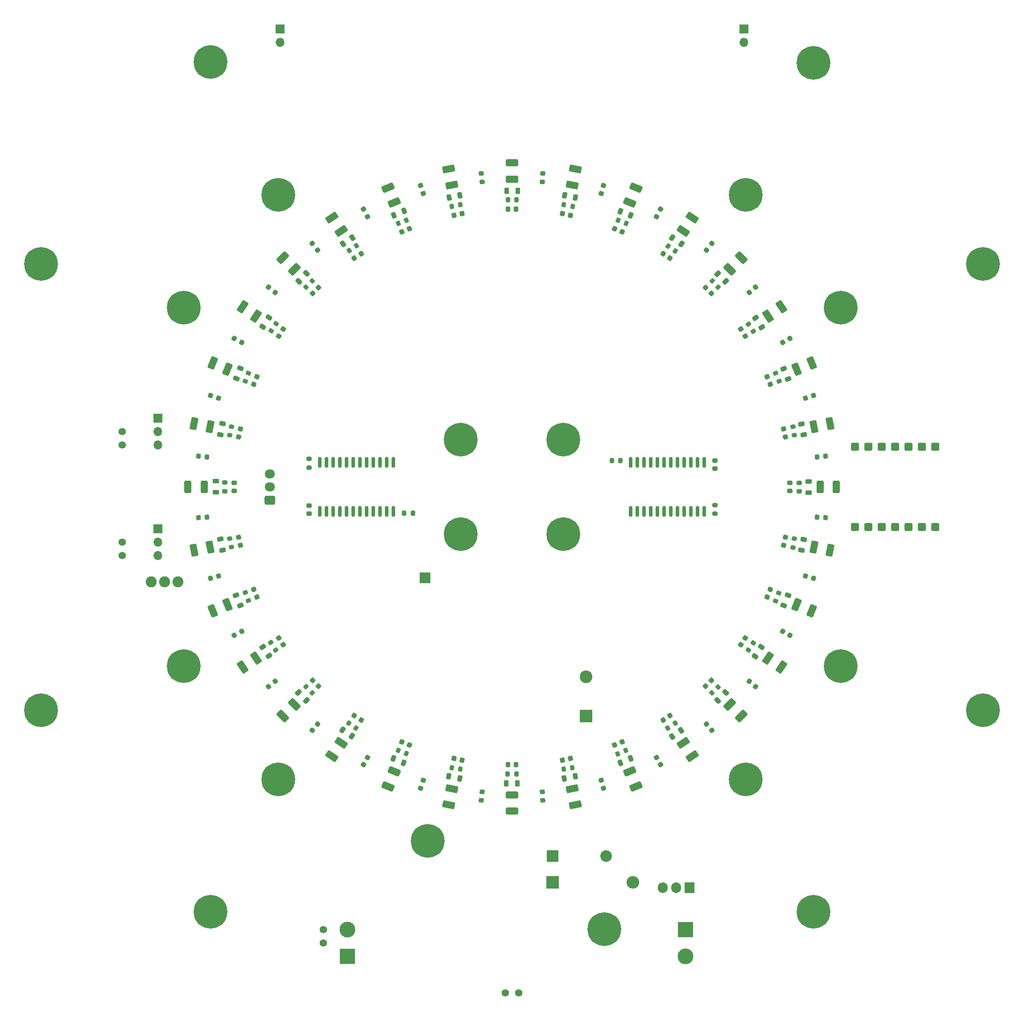
<source format=gbs>
G04 #@! TF.GenerationSoftware,KiCad,Pcbnew,7.0.9*
G04 #@! TF.CreationDate,2024-02-22T22:24:09+08:00*
G04 #@! TF.ProjectId,layer1,6c617965-7231-42e6-9b69-6361645f7063,1.1*
G04 #@! TF.SameCoordinates,Original*
G04 #@! TF.FileFunction,Soldermask,Bot*
G04 #@! TF.FilePolarity,Negative*
%FSLAX46Y46*%
G04 Gerber Fmt 4.6, Leading zero omitted, Abs format (unit mm)*
G04 Created by KiCad (PCBNEW 7.0.9) date 2024-02-22 22:24:09*
%MOMM*%
%LPD*%
G01*
G04 APERTURE LIST*
G04 Aperture macros list*
%AMRoundRect*
0 Rectangle with rounded corners*
0 $1 Rounding radius*
0 $2 $3 $4 $5 $6 $7 $8 $9 X,Y pos of 4 corners*
0 Add a 4 corners polygon primitive as box body*
4,1,4,$2,$3,$4,$5,$6,$7,$8,$9,$2,$3,0*
0 Add four circle primitives for the rounded corners*
1,1,$1+$1,$2,$3*
1,1,$1+$1,$4,$5*
1,1,$1+$1,$6,$7*
1,1,$1+$1,$8,$9*
0 Add four rect primitives between the rounded corners*
20,1,$1+$1,$2,$3,$4,$5,0*
20,1,$1+$1,$4,$5,$6,$7,0*
20,1,$1+$1,$6,$7,$8,$9,0*
20,1,$1+$1,$8,$9,$2,$3,0*%
G04 Aperture macros list end*
%ADD10C,6.400000*%
%ADD11R,1.700000X1.700000*%
%ADD12O,1.700000X1.700000*%
%ADD13R,1.905000X2.000000*%
%ADD14O,1.905000X2.000000*%
%ADD15R,3.000000X3.000000*%
%ADD16C,3.000000*%
%ADD17R,2.200000X2.200000*%
%ADD18O,2.200000X2.200000*%
%ADD19RoundRect,0.150000X0.600000X-0.600000X0.600000X0.600000X-0.600000X0.600000X-0.600000X-0.600000X0*%
%ADD20RoundRect,0.150000X-0.600000X0.600000X-0.600000X-0.600000X0.600000X-0.600000X0.600000X0.600000X0*%
%ADD21R,2.400000X2.400000*%
%ADD22C,2.400000*%
%ADD23RoundRect,0.250000X0.725000X-0.600000X0.725000X0.600000X-0.725000X0.600000X-0.725000X-0.600000X0*%
%ADD24O,1.950000X1.700000*%
%ADD25RoundRect,0.250001X-0.799999X-0.799999X0.799999X-0.799999X0.799999X0.799999X-0.799999X0.799999X0*%
%ADD26O,2.400000X2.400000*%
%ADD27C,2.082800*%
%ADD28RoundRect,0.225000X-0.335876X-0.017678X-0.017678X-0.335876X0.335876X0.017678X0.017678X0.335876X0*%
%ADD29RoundRect,0.200000X-0.275000X0.200000X-0.275000X-0.200000X0.275000X-0.200000X0.275000X0.200000X0*%
%ADD30RoundRect,0.225000X-0.250000X0.225000X-0.250000X-0.225000X0.250000X-0.225000X0.250000X0.225000X0*%
%ADD31RoundRect,0.200000X-0.230698X0.249807X-0.308734X-0.142507X0.230698X-0.249807X0.308734X0.142507X0*%
%ADD32RoundRect,0.200000X-0.290014X-0.177530X0.079538X-0.330604X0.290014X0.177530X-0.079538X0.330604X0*%
%ADD33RoundRect,0.200000X-0.177530X0.290014X-0.330604X-0.079538X0.177530X-0.290014X0.330604X0.079538X0*%
%ADD34RoundRect,0.218750X0.435941X-0.056201X0.268517X0.347997X-0.435941X0.056201X-0.268517X-0.347997X0*%
%ADD35RoundRect,0.218750X0.329110X-0.072125X0.122874X0.313716X-0.329110X0.072125X-0.122874X-0.313716X0*%
%ADD36RoundRect,0.250000X0.224115X0.987701X-0.585032X0.826752X-0.224115X-0.987701X0.585032X-0.826752X0*%
%ADD37RoundRect,0.200000X0.200000X0.275000X-0.200000X0.275000X-0.200000X-0.275000X0.200000X-0.275000X0*%
%ADD38RoundRect,0.200000X-0.079538X-0.330604X0.290014X-0.177530X0.079538X0.330604X-0.290014X0.177530X0*%
%ADD39RoundRect,0.218750X-0.308716X0.134945X-0.181716X-0.283716X0.308716X-0.134945X0.181716X0.283716X0*%
%ADD40RoundRect,0.225000X0.017678X-0.335876X0.335876X-0.017678X-0.017678X0.335876X-0.335876X0.017678X0*%
%ADD41RoundRect,0.218750X0.347997X0.268517X-0.056201X0.435941X-0.347997X-0.268517X0.056201X-0.435941X0*%
%ADD42RoundRect,0.225000X-0.303544X-0.144866X0.112202X-0.317074X0.303544X0.144866X-0.112202X0.317074X0*%
%ADD43RoundRect,0.218750X0.438529X0.029927X0.195467X0.393695X-0.438529X-0.029927X-0.195467X-0.393695X0*%
%ADD44RoundRect,0.218750X-0.424264X-0.114905X-0.114905X-0.424264X0.424264X0.114905X0.114905X0.424264X0*%
%ADD45RoundRect,0.250000X-0.998282X-0.170921X-0.539937X-0.856884X0.998282X0.170921X0.539937X0.856884X0*%
%ADD46RoundRect,0.218750X-0.283716X-0.181716X0.134945X-0.308716X0.283716X0.181716X-0.134945X0.308716X0*%
%ADD47RoundRect,0.250000X0.170921X-0.998282X0.856884X-0.539937X-0.170921X0.998282X-0.856884X0.539937X0*%
%ADD48RoundRect,0.200000X0.142507X0.308734X-0.249807X0.230698X-0.142507X-0.308734X0.249807X-0.230698X0*%
%ADD49RoundRect,0.250000X-0.027118X-1.012445X0.735082X-0.696732X0.027118X1.012445X-0.735082X0.696732X0*%
%ADD50RoundRect,0.250000X0.362392X-0.945755X0.945755X-0.362392X-0.362392X0.945755X-0.945755X0.362392X0*%
%ADD51RoundRect,0.200000X-0.013512X-0.339768X0.319076X-0.117540X0.013512X0.339768X-0.319076X0.117540X0*%
%ADD52RoundRect,0.218750X0.381250X-0.218750X0.381250X0.218750X-0.381250X0.218750X-0.381250X-0.218750X0*%
%ADD53RoundRect,0.225000X0.144866X-0.303544X0.317074X0.112202X-0.144866X0.303544X-0.317074X-0.112202X0*%
%ADD54RoundRect,0.200000X0.330604X-0.079538X0.177530X0.290014X-0.330604X0.079538X-0.177530X-0.290014X0*%
%ADD55RoundRect,0.200000X0.013512X0.339768X-0.319076X0.117540X-0.013512X-0.339768X0.319076X-0.117540X0*%
%ADD56RoundRect,0.225000X-0.171904X-0.289092X0.269449X-0.201301X0.171904X0.289092X-0.269449X0.201301X0*%
%ADD57RoundRect,0.218750X0.416600X-0.140169X0.331248X0.288925X-0.416600X0.140169X-0.331248X-0.288925X0*%
%ADD58RoundRect,0.250000X0.539937X-0.856884X0.998282X-0.170921X-0.539937X0.856884X-0.998282X0.170921X0*%
%ADD59RoundRect,0.225000X-0.317074X0.112202X-0.144866X-0.303544X0.317074X-0.112202X0.144866X0.303544X0*%
%ADD60RoundRect,0.218750X0.283716X0.181716X-0.134945X0.308716X-0.283716X-0.181716X0.134945X-0.308716X0*%
%ADD61RoundRect,0.218750X0.059310X-0.331659X0.336857X0.006533X-0.059310X0.331659X-0.336857X-0.006533X0*%
%ADD62RoundRect,0.200000X-0.200000X-0.275000X0.200000X-0.275000X0.200000X0.275000X-0.200000X0.275000X0*%
%ADD63RoundRect,0.225000X-0.201301X0.269449X-0.289092X-0.171904X0.201301X-0.269449X0.289092X0.171904X0*%
%ADD64RoundRect,0.200000X0.079538X0.330604X-0.290014X0.177530X-0.079538X-0.330604X0.290014X-0.177530X0*%
%ADD65RoundRect,0.225000X0.335876X0.017678X0.017678X0.335876X-0.335876X-0.017678X-0.017678X-0.335876X0*%
%ADD66RoundRect,0.250000X0.735082X0.696732X-0.027118X1.012445X-0.735082X-0.696732X0.027118X-1.012445X0*%
%ADD67RoundRect,0.225000X-0.269449X-0.201301X0.171904X-0.289092X0.269449X0.201301X-0.171904X0.289092X0*%
%ADD68RoundRect,0.250000X-0.224115X-0.987701X0.585032X-0.826752X0.224115X0.987701X-0.585032X0.826752X0*%
%ADD69RoundRect,0.218750X-0.114905X0.424264X-0.424264X0.114905X0.114905X-0.424264X0.424264X-0.114905X0*%
%ADD70RoundRect,0.218750X0.424264X0.114905X0.114905X0.424264X-0.424264X-0.114905X-0.114905X-0.424264X0*%
%ADD71RoundRect,0.225000X0.303544X0.144866X-0.112202X0.317074X-0.303544X-0.144866X0.112202X-0.317074X0*%
%ADD72RoundRect,0.225000X0.201301X-0.269449X0.289092X0.171904X-0.201301X0.269449X-0.289092X-0.171904X0*%
%ADD73RoundRect,0.225000X-0.225000X-0.250000X0.225000X-0.250000X0.225000X0.250000X-0.225000X0.250000X0*%
%ADD74RoundRect,0.218750X0.006533X0.336857X-0.331659X0.059310X-0.006533X-0.336857X0.331659X-0.059310X0*%
%ADD75RoundRect,0.200000X0.249807X0.230698X-0.142507X0.308734X-0.249807X-0.230698X0.142507X-0.308734X0*%
%ADD76RoundRect,0.250000X0.987701X-0.224115X0.826752X0.585032X-0.987701X0.224115X-0.826752X-0.585032X0*%
%ADD77RoundRect,0.200000X0.117540X-0.319076X0.339768X0.013512X-0.117540X0.319076X-0.339768X-0.013512X0*%
%ADD78RoundRect,0.200000X-0.249807X-0.230698X0.142507X-0.308734X0.249807X0.230698X-0.142507X0.308734X0*%
%ADD79C,1.400000*%
%ADD80RoundRect,0.218750X-0.242814X-0.233575X0.192580X-0.276457X0.242814X0.233575X-0.192580X0.276457X0*%
%ADD81RoundRect,0.218750X-0.331659X-0.059310X0.006533X-0.336857X0.331659X0.059310X-0.006533X0.336857X0*%
%ADD82RoundRect,0.218750X-0.122874X0.313716X-0.329110X-0.072125X0.122874X-0.313716X0.329110X0.072125X0*%
%ADD83RoundRect,0.225000X0.332871X-0.048188X0.082864X0.325973X-0.332871X0.048188X-0.082864X-0.325973X0*%
%ADD84RoundRect,0.218750X0.336857X-0.006533X0.059310X0.331659X-0.336857X0.006533X-0.059310X-0.331659X0*%
%ADD85RoundRect,0.218750X0.122874X-0.313716X0.329110X0.072125X-0.122874X0.313716X-0.329110X-0.072125X0*%
%ADD86RoundRect,0.250000X-0.170921X0.998282X-0.856884X0.539937X0.170921X-0.998282X0.856884X-0.539937X0*%
%ADD87RoundRect,0.218750X-0.056201X-0.435941X0.347997X-0.268517X0.056201X0.435941X-0.347997X0.268517X0*%
%ADD88RoundRect,0.225000X0.250000X-0.225000X0.250000X0.225000X-0.250000X0.225000X-0.250000X-0.225000X0*%
%ADD89RoundRect,0.218750X-0.072125X-0.329110X0.313716X-0.122874X0.072125X0.329110X-0.313716X0.122874X0*%
%ADD90RoundRect,0.225000X-0.017678X0.335876X-0.335876X0.017678X0.017678X-0.335876X0.335876X-0.017678X0*%
%ADD91RoundRect,0.200000X-0.319076X-0.117540X0.013512X-0.339768X0.319076X0.117540X-0.013512X0.339768X0*%
%ADD92RoundRect,0.218750X-0.192580X-0.276457X0.242814X-0.233575X0.192580X0.276457X-0.242814X0.233575X0*%
%ADD93RoundRect,0.218750X0.331248X-0.288925X0.416600X0.140169X-0.331248X0.288925X-0.416600X-0.140169X0*%
%ADD94RoundRect,0.200000X-0.335876X-0.053033X-0.053033X-0.335876X0.335876X0.053033X0.053033X0.335876X0*%
%ADD95RoundRect,0.218750X-0.435941X0.056201X-0.268517X-0.347997X0.435941X-0.056201X0.268517X0.347997X0*%
%ADD96RoundRect,0.200000X-0.330604X0.079538X-0.177530X-0.290014X0.330604X-0.079538X0.177530X0.290014X0*%
%ADD97RoundRect,0.250000X0.925000X-0.412500X0.925000X0.412500X-0.925000X0.412500X-0.925000X-0.412500X0*%
%ADD98RoundRect,0.200000X-0.053033X0.335876X-0.335876X0.053033X0.053033X-0.335876X0.335876X-0.053033X0*%
%ADD99RoundRect,0.200000X0.319076X0.117540X-0.013512X0.339768X-0.319076X-0.117540X0.013512X-0.339768X0*%
%ADD100RoundRect,0.218750X-0.195467X0.393695X-0.438529X0.029927X0.195467X-0.393695X0.438529X-0.029927X0*%
%ADD101RoundRect,0.200000X0.053033X-0.335876X0.335876X-0.053033X-0.053033X0.335876X-0.335876X0.053033X0*%
%ADD102RoundRect,0.225000X-0.112202X-0.317074X0.303544X-0.144866X0.112202X0.317074X-0.303544X0.144866X0*%
%ADD103RoundRect,0.218750X-0.313716X-0.122874X0.072125X-0.329110X0.313716X0.122874X-0.072125X0.329110X0*%
%ADD104RoundRect,0.225000X0.225000X0.250000X-0.225000X0.250000X-0.225000X-0.250000X0.225000X-0.250000X0*%
%ADD105RoundRect,0.218750X-0.288925X-0.331248X0.140169X-0.416600X0.288925X0.331248X-0.140169X0.416600X0*%
%ADD106RoundRect,0.218750X-0.347997X-0.268517X0.056201X-0.435941X0.347997X0.268517X-0.056201X0.435941X0*%
%ADD107RoundRect,0.218750X-0.059310X0.331659X-0.336857X-0.006533X0.059310X-0.331659X0.336857X0.006533X0*%
%ADD108RoundRect,0.225000X0.082864X-0.325973X0.332871X0.048188X-0.082864X0.325973X-0.332871X-0.048188X0*%
%ADD109RoundRect,0.218750X0.268517X-0.347997X0.435941X0.056201X-0.268517X0.347997X-0.435941X-0.056201X0*%
%ADD110RoundRect,0.218750X0.331659X0.059310X-0.006533X0.336857X-0.331659X-0.059310X0.006533X-0.336857X0*%
%ADD111RoundRect,0.200000X0.339768X-0.013512X0.117540X0.319076X-0.339768X0.013512X-0.117540X-0.319076X0*%
%ADD112RoundRect,0.250000X-0.987701X0.224115X-0.826752X-0.585032X0.987701X-0.224115X0.826752X0.585032X0*%
%ADD113RoundRect,0.225000X0.289092X-0.171904X0.201301X0.269449X-0.289092X0.171904X-0.201301X-0.269449X0*%
%ADD114RoundRect,0.218750X-0.331248X0.288925X-0.416600X-0.140169X0.331248X-0.288925X0.416600X0.140169X0*%
%ADD115RoundRect,0.250000X-0.585032X-0.826752X0.224115X-0.987701X0.585032X0.826752X-0.224115X0.987701X0*%
%ADD116RoundRect,0.250000X-0.925000X0.412500X-0.925000X-0.412500X0.925000X-0.412500X0.925000X0.412500X0*%
%ADD117RoundRect,0.250000X0.412500X0.925000X-0.412500X0.925000X-0.412500X-0.925000X0.412500X-0.925000X0*%
%ADD118RoundRect,0.218750X-0.029927X0.438529X-0.393695X0.195467X0.029927X-0.438529X0.393695X-0.195467X0*%
%ADD119RoundRect,0.200000X-0.339768X0.013512X-0.117540X-0.319076X0.339768X-0.013512X0.117540X0.319076X0*%
%ADD120RoundRect,0.200000X0.230698X-0.249807X0.308734X0.142507X-0.230698X0.249807X-0.308734X-0.142507X0*%
%ADD121RoundRect,0.225000X0.112202X0.317074X-0.303544X0.144866X-0.112202X-0.317074X0.303544X-0.144866X0*%
%ADD122RoundRect,0.250000X0.585032X0.826752X-0.224115X0.987701X-0.585032X-0.826752X0.224115X-0.987701X0*%
%ADD123RoundRect,0.250000X1.012445X-0.027118X0.696732X0.735082X-1.012445X0.027118X-0.696732X-0.735082X0*%
%ADD124RoundRect,0.218750X0.393695X0.195467X0.029927X0.438529X-0.393695X-0.195467X-0.029927X-0.438529X0*%
%ADD125RoundRect,0.250000X-0.945755X-0.362392X-0.362392X-0.945755X0.945755X0.362392X0.362392X0.945755X0*%
%ADD126RoundRect,0.250000X0.856884X0.539937X0.170921X0.998282X-0.856884X-0.539937X-0.170921X-0.998282X0*%
%ADD127RoundRect,0.200000X0.290014X0.177530X-0.079538X0.330604X-0.290014X-0.177530X0.079538X-0.330604X0*%
%ADD128RoundRect,0.225000X-0.289092X0.171904X-0.201301X-0.269449X0.289092X-0.171904X0.201301X0.269449X0*%
%ADD129RoundRect,0.218750X-0.181716X0.283716X-0.308716X-0.134945X0.181716X-0.283716X0.308716X0.134945X0*%
%ADD130RoundRect,0.200000X-0.142507X-0.308734X0.249807X-0.230698X0.142507X0.308734X-0.249807X0.230698X0*%
%ADD131RoundRect,0.200000X0.335876X0.053033X0.053033X0.335876X-0.335876X-0.053033X-0.053033X-0.335876X0*%
%ADD132RoundRect,0.225000X0.325973X0.082864X-0.048188X0.332871X-0.325973X-0.082864X0.048188X-0.332871X0*%
%ADD133RoundRect,0.218750X0.313716X0.122874X-0.072125X0.329110X-0.313716X-0.122874X0.072125X-0.329110X0*%
%ADD134RoundRect,0.200000X-0.308734X0.142507X-0.230698X-0.249807X0.308734X-0.142507X0.230698X0.249807X0*%
%ADD135RoundRect,0.218750X0.192580X0.276457X-0.242814X0.233575X-0.192580X-0.276457X0.242814X-0.233575X0*%
%ADD136RoundRect,0.218750X0.056201X0.435941X-0.347997X0.268517X-0.056201X-0.435941X0.347997X-0.268517X0*%
%ADD137RoundRect,0.250000X0.826752X-0.585032X0.987701X0.224115X-0.826752X0.585032X-0.987701X-0.224115X0*%
%ADD138RoundRect,0.218750X0.181716X-0.283716X0.308716X0.134945X-0.181716X0.283716X-0.308716X-0.134945X0*%
%ADD139RoundRect,0.250000X-0.856884X-0.539937X-0.170921X-0.998282X0.856884X0.539937X0.170921X0.998282X0*%
%ADD140RoundRect,0.225000X-0.048188X-0.332871X0.325973X-0.082864X0.048188X0.332871X-0.325973X0.082864X0*%
%ADD141RoundRect,0.225000X0.269449X0.201301X-0.171904X0.289092X-0.269449X-0.201301X0.171904X-0.289092X0*%
%ADD142RoundRect,0.218750X-0.329110X0.072125X-0.122874X-0.313716X0.329110X-0.072125X0.122874X0.313716X0*%
%ADD143RoundRect,0.218750X-0.381250X0.218750X-0.381250X-0.218750X0.381250X-0.218750X0.381250X0.218750X0*%
%ADD144RoundRect,0.218750X-0.134945X-0.308716X0.283716X-0.181716X0.134945X0.308716X-0.283716X0.181716X0*%
%ADD145RoundRect,0.218750X-0.006533X-0.336857X0.331659X-0.059310X0.006533X0.336857X-0.331659X0.059310X0*%
%ADD146RoundRect,0.250000X-0.362392X0.945755X-0.945755X0.362392X0.362392X-0.945755X0.945755X-0.362392X0*%
%ADD147RoundRect,0.218750X0.308716X-0.134945X0.181716X0.283716X-0.308716X0.134945X-0.181716X-0.283716X0*%
%ADD148RoundRect,0.250000X0.998282X0.170921X0.539937X0.856884X-0.998282X-0.170921X-0.539937X-0.856884X0*%
%ADD149RoundRect,0.218750X-0.140169X-0.416600X0.288925X-0.331248X0.140169X0.416600X-0.288925X0.331248X0*%
%ADD150RoundRect,0.218750X0.218750X0.381250X-0.218750X0.381250X-0.218750X-0.381250X0.218750X-0.381250X0*%
%ADD151RoundRect,0.218750X0.140169X0.416600X-0.288925X0.331248X-0.140169X-0.416600X0.288925X-0.331248X0*%
%ADD152RoundRect,0.218750X0.072125X0.329110X-0.313716X0.122874X-0.072125X-0.329110X0.313716X-0.122874X0*%
%ADD153RoundRect,0.200000X-0.117540X0.319076X-0.339768X-0.013512X0.117540X-0.319076X0.339768X0.013512X0*%
%ADD154RoundRect,0.250000X-0.539937X0.856884X-0.998282X0.170921X0.539937X-0.856884X0.998282X-0.170921X0*%
%ADD155RoundRect,0.200000X0.308734X-0.142507X0.230698X0.249807X-0.308734X0.142507X-0.230698X-0.249807X0*%
%ADD156RoundRect,0.218750X-0.233575X0.242814X-0.276457X-0.192580X0.233575X-0.242814X0.276457X0.192580X0*%
%ADD157RoundRect,0.250000X-0.696732X0.735082X-1.012445X-0.027118X0.696732X-0.735082X1.012445X0.027118X0*%
%ADD158RoundRect,0.250000X0.945755X0.362392X0.362392X0.945755X-0.945755X-0.362392X-0.362392X-0.945755X0*%
%ADD159RoundRect,0.150000X-0.150000X0.875000X-0.150000X-0.875000X0.150000X-0.875000X0.150000X0.875000X0*%
%ADD160RoundRect,0.225000X-0.332871X0.048188X-0.082864X-0.325973X0.332871X-0.048188X0.082864X0.325973X0*%
%ADD161RoundRect,0.225000X-0.144866X0.303544X-0.317074X-0.112202X0.144866X-0.303544X0.317074X0.112202X0*%
%ADD162RoundRect,0.150000X0.150000X-0.875000X0.150000X0.875000X-0.150000X0.875000X-0.150000X-0.875000X0*%
%ADD163RoundRect,0.218750X0.114905X-0.424264X0.424264X-0.114905X-0.114905X0.424264X-0.424264X0.114905X0*%
%ADD164RoundRect,0.218750X-0.393695X-0.195467X-0.029927X-0.438529X0.393695X0.195467X0.029927X0.438529X0*%
%ADD165RoundRect,0.200000X0.177530X-0.290014X0.330604X0.079538X-0.177530X0.290014X-0.330604X-0.079538X0*%
%ADD166RoundRect,0.225000X0.171904X0.289092X-0.269449X0.201301X-0.171904X-0.289092X0.269449X-0.201301X0*%
%ADD167RoundRect,0.250000X0.696732X-0.735082X1.012445X0.027118X-0.696732X0.735082X-1.012445X-0.027118X0*%
%ADD168RoundRect,0.218750X0.242814X0.233575X-0.192580X0.276457X-0.242814X-0.233575X0.192580X-0.276457X0*%
%ADD169RoundRect,0.250000X0.027118X1.012445X-0.735082X0.696732X-0.027118X-1.012445X0.735082X-0.696732X0*%
%ADD170RoundRect,0.218750X0.029927X-0.438529X0.393695X-0.195467X-0.029927X0.438529X-0.393695X0.195467X0*%
%ADD171RoundRect,0.218750X-0.438529X-0.029927X-0.195467X-0.393695X0.438529X0.029927X0.195467X0.393695X0*%
%ADD172RoundRect,0.218750X0.288925X0.331248X-0.140169X0.416600X-0.288925X-0.331248X0.140169X-0.416600X0*%
%ADD173RoundRect,0.218750X-0.276457X0.192580X-0.233575X-0.242814X0.276457X-0.192580X0.233575X0.242814X0*%
%ADD174RoundRect,0.250000X-1.012445X0.027118X-0.696732X-0.735082X1.012445X-0.027118X0.696732X0.735082X0*%
%ADD175RoundRect,0.218750X-0.268517X0.347997X-0.435941X-0.056201X0.268517X-0.347997X0.435941X0.056201X0*%
%ADD176RoundRect,0.218750X0.195467X-0.393695X0.438529X-0.029927X-0.195467X0.393695X-0.438529X0.029927X0*%
%ADD177RoundRect,0.200000X0.275000X-0.200000X0.275000X0.200000X-0.275000X0.200000X-0.275000X-0.200000X0*%
%ADD178RoundRect,0.225000X0.317074X-0.112202X0.144866X0.303544X-0.317074X0.112202X-0.144866X-0.303544X0*%
%ADD179RoundRect,0.218750X0.276457X-0.192580X0.233575X0.242814X-0.276457X0.192580X-0.233575X-0.242814X0*%
%ADD180RoundRect,0.250000X-0.735082X-0.696732X0.027118X-1.012445X0.735082X0.696732X-0.027118X1.012445X0*%
%ADD181RoundRect,0.218750X-0.218750X-0.381250X0.218750X-0.381250X0.218750X0.381250X-0.218750X0.381250X0*%
%ADD182RoundRect,0.225000X-0.325973X-0.082864X0.048188X-0.332871X0.325973X0.082864X-0.048188X0.332871X0*%
%ADD183RoundRect,0.218750X-0.336857X0.006533X-0.059310X-0.331659X0.336857X-0.006533X0.059310X0.331659X0*%
%ADD184RoundRect,0.225000X-0.082864X0.325973X-0.332871X-0.048188X0.082864X-0.325973X0.332871X0.048188X0*%
%ADD185RoundRect,0.218750X-0.416600X0.140169X-0.331248X-0.288925X0.416600X-0.140169X0.331248X0.288925X0*%
%ADD186RoundRect,0.218750X0.233575X-0.242814X0.276457X0.192580X-0.233575X0.242814X-0.276457X-0.192580X0*%
%ADD187RoundRect,0.218750X0.134945X0.308716X-0.283716X0.181716X-0.134945X-0.308716X0.283716X-0.181716X0*%
%ADD188RoundRect,0.250000X-0.826752X0.585032X-0.987701X-0.224115X0.826752X-0.585032X0.987701X0.224115X0*%
%ADD189RoundRect,0.225000X0.048188X0.332871X-0.325973X0.082864X-0.048188X-0.332871X0.325973X-0.082864X0*%
%ADD190RoundRect,0.250000X-0.412500X-0.925000X0.412500X-0.925000X0.412500X0.925000X-0.412500X0.925000X0*%
G04 APERTURE END LIST*
D10*
X182241000Y-44500000D03*
X187356000Y-159047000D03*
X35619500Y-82636000D03*
D11*
X57800000Y-111975000D03*
D12*
X57800000Y-114515000D03*
X57800000Y-117055000D03*
D10*
X134750000Y-134000000D03*
X169358000Y-180496000D03*
D13*
X158710000Y-201100000D03*
D14*
X156170000Y-201100000D03*
X153630000Y-201100000D03*
D10*
X80642500Y-69503900D03*
X67758900Y-205666000D03*
D15*
X157960000Y-209100000D03*
D16*
X157960000Y-214100000D03*
D10*
X62644400Y-159047000D03*
X108946000Y-192218000D03*
X115250000Y-116000000D03*
X169358000Y-69503900D03*
X214381000Y-82636000D03*
X115250000Y-134000000D03*
D17*
X132710000Y-195100000D03*
D18*
X142870000Y-195100000D03*
D10*
X182241000Y-205666000D03*
D11*
X57800000Y-132975000D03*
D12*
X57800000Y-135515000D03*
X57800000Y-138055000D03*
D19*
X205370000Y-117380000D03*
X202830000Y-117380000D03*
X200290000Y-117380000D03*
X197750000Y-117380000D03*
X195210000Y-117380000D03*
X192670000Y-117380000D03*
X190130000Y-117380000D03*
D20*
X190130000Y-132620000D03*
X192670000Y-132620000D03*
X195210000Y-132620000D03*
X197750000Y-132620000D03*
X200290000Y-132620000D03*
X202830000Y-132620000D03*
X205370000Y-132620000D03*
D10*
X80642500Y-180496000D03*
X62644400Y-90953200D03*
D21*
X139000000Y-168512754D03*
D22*
X139000000Y-161012754D03*
D10*
X67758900Y-44333800D03*
D23*
X79000000Y-127500000D03*
D24*
X79000000Y-125000000D03*
X79000000Y-122500000D03*
D10*
X214381000Y-167364000D03*
D25*
X108500000Y-142250000D03*
D21*
X132710000Y-200100000D03*
D26*
X147950000Y-200100000D03*
D10*
X142474000Y-208982000D03*
X187356000Y-90953200D03*
D11*
X81000000Y-38000000D03*
D12*
X81000000Y-40540000D03*
D10*
X35619500Y-167364000D03*
D15*
X93710000Y-214100000D03*
D16*
X93710000Y-209100000D03*
D27*
X61572200Y-143000000D03*
X59032200Y-143000000D03*
X56492200Y-143000000D03*
D11*
X169000000Y-38000000D03*
D12*
X169000000Y-40540000D03*
D10*
X134750000Y-116000000D03*
D28*
X161751875Y-87152109D03*
X162847891Y-88248125D03*
D29*
X179500000Y-124200000D03*
X179500000Y-125850000D03*
D30*
X163500000Y-119975000D03*
X163500000Y-121525000D03*
D31*
X178608871Y-134847794D03*
X178286971Y-136466090D03*
D32*
X145117143Y-74342419D03*
X146641545Y-74973847D03*
D33*
X175657581Y-145117143D03*
X175026153Y-146641545D03*
D34*
X73428810Y-147484468D03*
X72615608Y-145521224D03*
D35*
X153183798Y-177727851D03*
X152441348Y-176338825D03*
D36*
X185355074Y-112994630D03*
X182339160Y-113594532D03*
D29*
X86500000Y-119675000D03*
X86500000Y-121325000D03*
D37*
X125800000Y-179500000D03*
X124150000Y-179500000D03*
D38*
X103404649Y-74954712D03*
X104929051Y-74323284D03*
D39*
X107644439Y-67786913D03*
X108101637Y-69294095D03*
D40*
X87152109Y-88248125D03*
X88248125Y-87152109D03*
D41*
X104432582Y-177365258D03*
X102469338Y-176552056D03*
D42*
X144470544Y-75968775D03*
X145902558Y-76561935D03*
D43*
X78806238Y-157113475D03*
X77625652Y-155346603D03*
D44*
X164041133Y-84491620D03*
X165543735Y-85994222D03*
D45*
X90811597Y-73833438D03*
X92519975Y-76390208D03*
D46*
X67786824Y-107644734D03*
X69294006Y-108101932D03*
D47*
X73833438Y-159188403D03*
X76390208Y-157480025D03*
D48*
X136417051Y-178296725D03*
X134798755Y-178618625D03*
D49*
X68146763Y-148549382D03*
X70987693Y-147372630D03*
D50*
X81486416Y-168513584D03*
X83660770Y-166339230D03*
D51*
X94056247Y-80129362D03*
X95428171Y-79212672D03*
D52*
X68750000Y-126037500D03*
X68750000Y-123912500D03*
D53*
X75968775Y-105529456D03*
X76561935Y-104097442D03*
D54*
X74954712Y-146595351D03*
X74323284Y-145070949D03*
D55*
X155943753Y-169870638D03*
X154571829Y-170787328D03*
D56*
X113948877Y-73414771D03*
X115469095Y-73112381D03*
D57*
X70033234Y-136991395D03*
X69618668Y-134907227D03*
D58*
X90811597Y-176166562D03*
X92519975Y-173609792D03*
D59*
X173438065Y-104097442D03*
X174031225Y-105529456D03*
D60*
X182213176Y-142355266D03*
X180705994Y-141898068D03*
D61*
X87071290Y-171216510D03*
X88070460Y-169999018D03*
D62*
X104500000Y-130000000D03*
X106150000Y-130000000D03*
D63*
X176887619Y-134530905D03*
X176585229Y-136051123D03*
D64*
X146595351Y-175045288D03*
X145070949Y-175676716D03*
D65*
X88248125Y-162847891D03*
X87152109Y-161751875D03*
D66*
X181853237Y-148549382D03*
X179012307Y-147372630D03*
D67*
X134530905Y-73112381D03*
X136051123Y-73414771D03*
D68*
X64644926Y-137005370D03*
X67660840Y-136405468D03*
D69*
X165508380Y-164041133D03*
X164005778Y-165543735D03*
D70*
X85958867Y-165508380D03*
X84456265Y-164005778D03*
D71*
X105529456Y-174031225D03*
X104097442Y-173438065D03*
D72*
X73112381Y-115469095D03*
X73414771Y-113948877D03*
D73*
X124225000Y-72250000D03*
X125775000Y-72250000D03*
D74*
X171216314Y-87071052D03*
X169998822Y-88070222D03*
D75*
X115152206Y-178608871D03*
X113533910Y-178286971D03*
D76*
X137005370Y-185355074D03*
X136405468Y-182339160D03*
D77*
X79240450Y-95386598D03*
X80157140Y-94014674D03*
D78*
X134847794Y-71391129D03*
X136466090Y-71713029D03*
D79*
X89210000Y-209100000D03*
X89210000Y-211640000D03*
D80*
X65500315Y-119139948D03*
X67067731Y-119294324D03*
D81*
X78783490Y-87071290D03*
X80000982Y-88070460D03*
D79*
X51000000Y-117055000D03*
X51000000Y-114515000D03*
D82*
X153183526Y-72272004D03*
X152441076Y-73661030D03*
D83*
X81570545Y-154950719D03*
X80709411Y-153661941D03*
D79*
X126250000Y-221100000D03*
X123710000Y-221100000D03*
D84*
X162928948Y-171216314D03*
X161929778Y-169998822D03*
D85*
X96816474Y-177727996D03*
X97558924Y-176338970D03*
D86*
X176166562Y-90811597D03*
X173609792Y-92519975D03*
D87*
X102515532Y-73428810D03*
X104478776Y-72615608D03*
D88*
X86425000Y-130050000D03*
X86425000Y-128500000D03*
D89*
X72272149Y-153183798D03*
X73661175Y-152441348D03*
D90*
X162847891Y-161751875D03*
X161751875Y-162847891D03*
D91*
X154613402Y-79240450D03*
X155985326Y-80157140D03*
D62*
X124200000Y-70500000D03*
X125850000Y-70500000D03*
D92*
X65500345Y-130860359D03*
X67067761Y-130705983D03*
D93*
X69628422Y-115043734D03*
X70042988Y-112959566D03*
D94*
X162971634Y-85896995D03*
X164138360Y-87063721D03*
D95*
X176571190Y-102515532D03*
X177384392Y-104478776D03*
D96*
X175045288Y-103404649D03*
X175676716Y-104929051D03*
D97*
X125000000Y-186537500D03*
X125000000Y-183462500D03*
D98*
X164103005Y-162971634D03*
X162936279Y-164138360D03*
D99*
X95386598Y-170759550D03*
X94014674Y-169842860D03*
D100*
X172346569Y-155388176D03*
X171165983Y-157155048D03*
D101*
X85896995Y-87028366D03*
X87063721Y-85861640D03*
D102*
X104097442Y-76561935D03*
X105529456Y-75968775D03*
D103*
X72272004Y-96816474D03*
X73661030Y-97558924D03*
D104*
X125775000Y-177750000D03*
X124225000Y-177750000D03*
D105*
X134956266Y-69628422D03*
X137040434Y-70042988D03*
D106*
X145567418Y-72634742D03*
X147530662Y-73447944D03*
D107*
X162928710Y-78783490D03*
X161929540Y-80000982D03*
D108*
X80709411Y-96338059D03*
X81570545Y-95049281D03*
D109*
X72634742Y-104432582D03*
X73447944Y-102469338D03*
D110*
X171216510Y-162928710D03*
X169999018Y-161929540D03*
D111*
X80129362Y-155943753D03*
X79212672Y-154571829D03*
D112*
X112994630Y-64644926D03*
X113594532Y-67660840D03*
D113*
X73414771Y-136051123D03*
X73112381Y-134530905D03*
D114*
X180371578Y-134956266D03*
X179957012Y-137040434D03*
D115*
X64644926Y-112994630D03*
X67660840Y-113594532D03*
D116*
X125000000Y-63462500D03*
X125000000Y-66537500D03*
D117*
X186537500Y-125000000D03*
X183462500Y-125000000D03*
D118*
X157113475Y-171193762D03*
X155346603Y-172374348D03*
D119*
X169870638Y-94056247D03*
X170787328Y-95428171D03*
D120*
X71391129Y-115152206D03*
X71713029Y-113533910D03*
D121*
X145902558Y-173438065D03*
X144470544Y-174031225D03*
D122*
X185355074Y-137005370D03*
X182339160Y-136405468D03*
D123*
X148549382Y-181853237D03*
X147372630Y-179012307D03*
D124*
X94611824Y-172346569D03*
X92844952Y-171165983D03*
D125*
X81486416Y-81486416D03*
X83660770Y-83660770D03*
D126*
X176166562Y-159188403D03*
X173609792Y-157480025D03*
D127*
X104882857Y-175657581D03*
X103358455Y-175026153D03*
D128*
X176585229Y-113948877D03*
X176887619Y-115469095D03*
D129*
X142355266Y-67786824D03*
X141898068Y-69294006D03*
D130*
X113582949Y-71703275D03*
X115201245Y-71381375D03*
D131*
X87028366Y-164103005D03*
X85861640Y-162936279D03*
D132*
X96338059Y-169290589D03*
X95049281Y-168429455D03*
D133*
X177727996Y-153183526D03*
X176338970Y-152441076D03*
D134*
X178296725Y-113582949D03*
X178618625Y-115201245D03*
D88*
X72250000Y-125775000D03*
X72250000Y-124225000D03*
D135*
X184499655Y-119139641D03*
X182932239Y-119294017D03*
D136*
X147484468Y-176571190D03*
X145521224Y-177384392D03*
D137*
X112994630Y-185355074D03*
X113594532Y-182339160D03*
D138*
X107644734Y-182213176D03*
X108101932Y-180705994D03*
D139*
X73833438Y-90811597D03*
X76390208Y-92519975D03*
D140*
X95049281Y-81570545D03*
X96338059Y-80709411D03*
D141*
X115469095Y-176887619D03*
X113948877Y-176585229D03*
D79*
X51000000Y-138055000D03*
X51000000Y-135515000D03*
D142*
X96816202Y-72272149D03*
X97558652Y-73661175D03*
D143*
X181250000Y-123962500D03*
X181250000Y-126087500D03*
D144*
X67786913Y-142355561D03*
X69294095Y-141898363D03*
D145*
X78783686Y-162928948D03*
X80001178Y-161929778D03*
D146*
X168513584Y-81486416D03*
X166339230Y-83660770D03*
D147*
X142355561Y-182213087D03*
X141898363Y-180705905D03*
D148*
X159188403Y-176166562D03*
X157480025Y-173609792D03*
D149*
X113008605Y-70033234D03*
X115092773Y-69618668D03*
D150*
X126037500Y-181250000D03*
X123912500Y-181250000D03*
D151*
X136991395Y-179966766D03*
X134907227Y-180381332D03*
D152*
X177727851Y-96816202D03*
X176338825Y-97558652D03*
D153*
X170759550Y-154613402D03*
X169842860Y-155985326D03*
D154*
X159188403Y-73833438D03*
X157480025Y-76390208D03*
D155*
X71703275Y-136417051D03*
X71381375Y-134798755D03*
D156*
X130860052Y-65500315D03*
X130705676Y-67067731D03*
D157*
X148549382Y-68146763D03*
X147372630Y-70987693D03*
D158*
X168513584Y-168513584D03*
X166339230Y-166339230D03*
D159*
X88515000Y-120350000D03*
X89785000Y-120350000D03*
X91055000Y-120350000D03*
X92325000Y-120350000D03*
X93595000Y-120350000D03*
X94865000Y-120350000D03*
X96135000Y-120350000D03*
X97405000Y-120350000D03*
X98675000Y-120350000D03*
X99945000Y-120350000D03*
X101215000Y-120350000D03*
X102485000Y-120350000D03*
X102485000Y-129650000D03*
X101215000Y-129650000D03*
X99945000Y-129650000D03*
X98675000Y-129650000D03*
X97405000Y-129650000D03*
X96135000Y-129650000D03*
X94865000Y-129650000D03*
X93595000Y-129650000D03*
X92325000Y-129650000D03*
X91055000Y-129650000D03*
X89785000Y-129650000D03*
X88515000Y-129650000D03*
D160*
X168429455Y-95049281D03*
X169290589Y-96338059D03*
D161*
X174031225Y-144470544D03*
X173438065Y-145902558D03*
D162*
X161485000Y-129650000D03*
X160215000Y-129650000D03*
X158945000Y-129650000D03*
X157675000Y-129650000D03*
X156405000Y-129650000D03*
X155135000Y-129650000D03*
X153865000Y-129650000D03*
X152595000Y-129650000D03*
X151325000Y-129650000D03*
X150055000Y-129650000D03*
X148785000Y-129650000D03*
X147515000Y-129650000D03*
X147515000Y-120350000D03*
X148785000Y-120350000D03*
X150055000Y-120350000D03*
X151325000Y-120350000D03*
X152595000Y-120350000D03*
X153865000Y-120350000D03*
X155135000Y-120350000D03*
X156405000Y-120350000D03*
X157675000Y-120350000D03*
X158945000Y-120350000D03*
X160215000Y-120350000D03*
X161485000Y-120350000D03*
D163*
X84491620Y-85958867D03*
X85994222Y-84456265D03*
D164*
X155388176Y-77653431D03*
X157155048Y-78834017D03*
D165*
X74342419Y-104882857D03*
X74973847Y-103358455D03*
D166*
X136051123Y-176585229D03*
X134530905Y-176887619D03*
D167*
X101450618Y-181853237D03*
X102627370Y-179012307D03*
D168*
X184499685Y-130860052D03*
X182932269Y-130705676D03*
D169*
X181853237Y-101450618D03*
X179012307Y-102627370D03*
D170*
X92886525Y-78806238D03*
X94653397Y-77625652D03*
D171*
X171193762Y-92886525D03*
X172374348Y-94653397D03*
D172*
X115043734Y-180371578D03*
X112959566Y-179957012D03*
D37*
X145575000Y-120000000D03*
X143925000Y-120000000D03*
D173*
X119139641Y-65500345D03*
X119294017Y-67067761D03*
D174*
X101450618Y-68146763D03*
X102627370Y-70987693D03*
D175*
X177365258Y-145567418D03*
X176552056Y-147530662D03*
D176*
X77653431Y-94611824D03*
X78834017Y-92844952D03*
D177*
X163500000Y-130075000D03*
X163500000Y-128425000D03*
D178*
X76561935Y-145902558D03*
X75968775Y-144470544D03*
D179*
X130860359Y-184499655D03*
X130705983Y-182932239D03*
D180*
X68146763Y-101450618D03*
X70987693Y-102627370D03*
D181*
X123962500Y-68750000D03*
X126087500Y-68750000D03*
D182*
X153661941Y-80709411D03*
X154950719Y-81570545D03*
D183*
X87071052Y-78783686D03*
X88070222Y-80001178D03*
D177*
X70500000Y-125800000D03*
X70500000Y-124150000D03*
D184*
X169290589Y-153661941D03*
X168429455Y-154950719D03*
D185*
X179966766Y-113008605D03*
X180381332Y-115092773D03*
D186*
X119139948Y-184499685D03*
X119294324Y-182932269D03*
D187*
X182213087Y-107644439D03*
X180705905Y-108101637D03*
D30*
X177750000Y-124225000D03*
X177750000Y-125775000D03*
D188*
X137005370Y-64644926D03*
X136405468Y-67660840D03*
D189*
X154950719Y-168429455D03*
X153661941Y-169290589D03*
D190*
X63462500Y-125000000D03*
X66537500Y-125000000D03*
M02*

</source>
